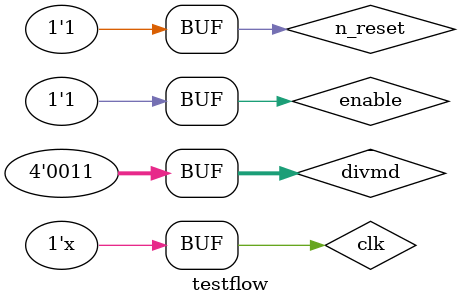
<source format=v>
`timescale 1ns / 1ps

module testflow();

// Inputs
    reg n_reset;
    reg enable;
    reg clk;
    reg [3:0] divmd;
    
// Outputs
        wire clkout;
        
clk_divider UUT (
            .clkout(clkout),
            .divmd(divmd), 
            .n_reset(n_reset), 
            .enable(enable), 
            .clk(clk)
            );


// Initialize Inputs

initial begin

                    divmd  = 3;
                    enable = 0;
                    n_reset = 0;
                    clk = 0;
                    
              
 #35   n_reset =  1;    enable = 1;           


 
 end
        
always
  #10 clk = ~clk;
                
 
endmodule

</source>
